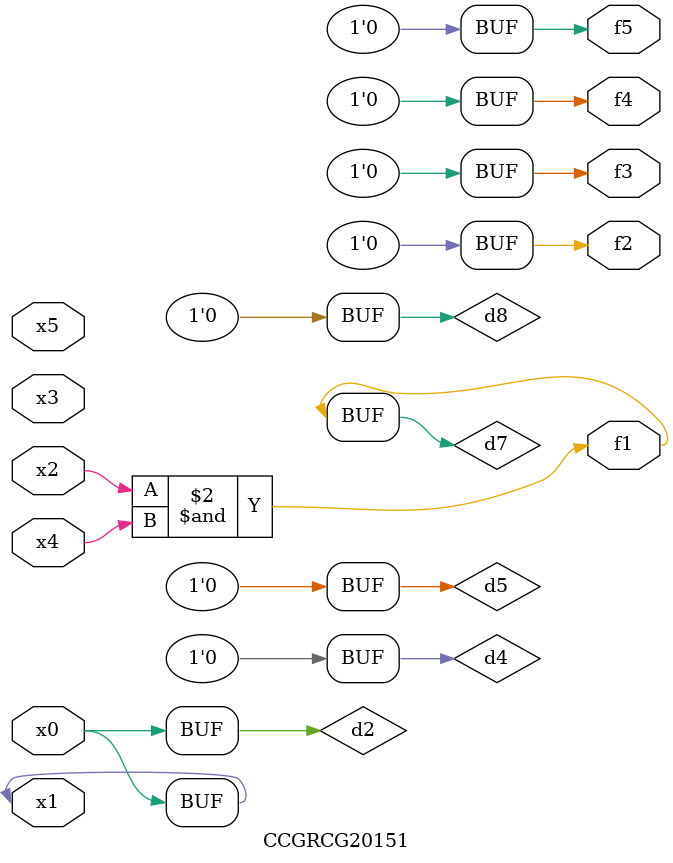
<source format=v>
module CCGRCG20151(
	input x0, x1, x2, x3, x4, x5,
	output f1, f2, f3, f4, f5
);

	wire d1, d2, d3, d4, d5, d6, d7, d8, d9;

	nand (d1, x1);
	buf (d2, x0, x1);
	nand (d3, x2, x4);
	and (d4, d1, d2);
	and (d5, d1, d2);
	nand (d6, d1, d3);
	not (d7, d3);
	xor (d8, d5);
	nor (d9, d5, d6);
	assign f1 = d7;
	assign f2 = d8;
	assign f3 = d8;
	assign f4 = d8;
	assign f5 = d8;
endmodule

</source>
